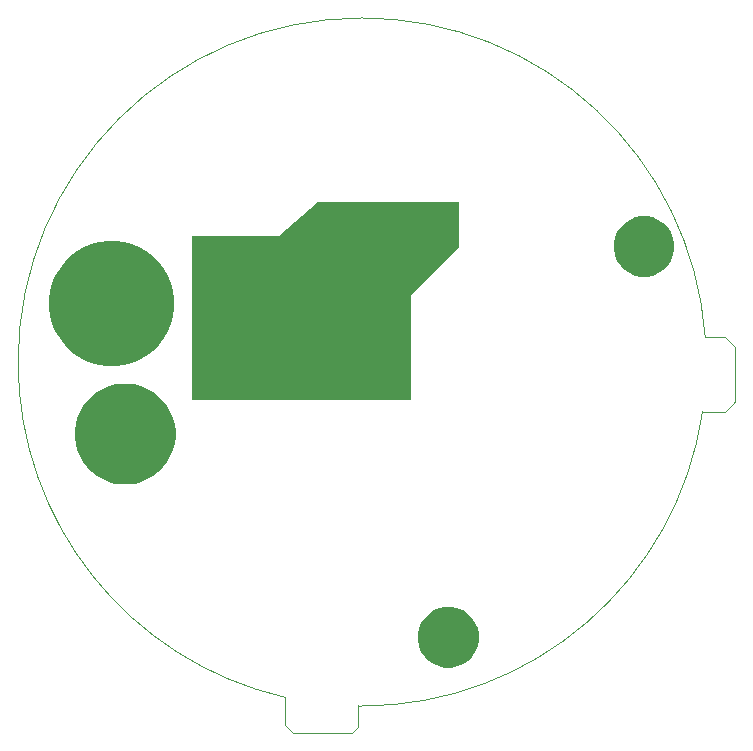
<source format=gbr>
%TF.GenerationSoftware,Altium Limited,Altium Designer,23.3.1 (30)*%
G04 Layer_Color=0*
%FSLAX45Y45*%
%MOMM*%
%TF.SameCoordinates,3FCD108A-851F-4062-9BED-621BEB009867*%
%TF.FilePolarity,Positive*%
%TF.FileFunction,Profile,NP*%
%TF.Part,Single*%
G01*
G75*
%TA.AperFunction,Profile*%
%ADD59C,0.02540*%
G36*
X2825179Y3691061D02*
X2790487D01*
X2721696Y3700117D01*
X2654675Y3718075D01*
X2590572Y3744628D01*
X2530484Y3779320D01*
X2475437Y3821559D01*
X2426375Y3870621D01*
X2384136Y3925667D01*
X2349444Y3985756D01*
X2322891Y4049859D01*
X2304933Y4116879D01*
X2295877Y4185671D01*
Y4220363D01*
Y4255055D01*
X2304933Y4323846D01*
X2322891Y4390867D01*
X2349444Y4454969D01*
X2384136Y4515058D01*
X2426375Y4570105D01*
X2475437Y4619167D01*
X2530484Y4661406D01*
X2590572Y4696098D01*
X2654675Y4722650D01*
X2721696Y4740609D01*
X2790487Y4749665D01*
X2825179D01*
X2859871D01*
X2928662Y4740609D01*
X2995683Y4722650D01*
X3059786Y4696098D01*
X3119875Y4661406D01*
X3174921Y4619167D01*
X3223983Y4570105D01*
X3266222Y4515058D01*
X3300914Y4454969D01*
X3327467Y4390867D01*
X3345425Y4323846D01*
X3354481Y4255055D01*
Y4220363D01*
Y4185671D01*
X3345425Y4116879D01*
X3327467Y4049859D01*
X3300914Y3985756D01*
X3266222Y3925667D01*
X3223983Y3870621D01*
X3174921Y3821559D01*
X3119875Y3779320D01*
X3059786Y3744628D01*
X2995683Y3718075D01*
X2928662Y3700117D01*
X2859871Y3691061D01*
X2825179D01*
D01*
D02*
G37*
G36*
X7076838Y4702963D02*
Y4677666D01*
X7086708Y4628045D01*
X7106069Y4581303D01*
X7134177Y4539236D01*
X7169952Y4503461D01*
X7212019Y4475353D01*
X7258761Y4455992D01*
X7308382Y4446121D01*
X7333679D01*
X7358976D01*
X7408597Y4455992D01*
X7455339Y4475353D01*
X7497406Y4503461D01*
X7533181Y4539236D01*
X7561289Y4581303D01*
X7580650Y4628045D01*
X7590521Y4677666D01*
Y4702963D01*
Y4728260D01*
X7580650Y4777881D01*
X7561289Y4824623D01*
X7533181Y4866690D01*
X7497406Y4902465D01*
X7455339Y4930573D01*
X7408597Y4949934D01*
X7358976Y4959804D01*
X7333679D01*
X7308382D01*
X7258761Y4949934D01*
X7212019Y4930573D01*
X7169952Y4902465D01*
X7134177Y4866690D01*
X7106069Y4824623D01*
X7086708Y4777881D01*
X7076838Y4728260D01*
Y4702963D01*
D01*
D02*
G37*
G36*
X5419366Y1394907D02*
Y1369610D01*
X5429236Y1319988D01*
X5448597Y1273246D01*
X5476706Y1231179D01*
X5512480Y1195405D01*
X5554547Y1167296D01*
X5601290Y1147935D01*
X5650911Y1138065D01*
X5676208D01*
X5701504D01*
X5751125Y1147935D01*
X5797868Y1167296D01*
X5839934Y1195405D01*
X5875709Y1231179D01*
X5903818Y1273246D01*
X5923179Y1319988D01*
X5933049Y1369610D01*
Y1394907D01*
Y1420203D01*
X5923179Y1469824D01*
X5903818Y1516566D01*
X5875709Y1558633D01*
X5839934Y1594408D01*
X5797868Y1622516D01*
X5751125Y1641878D01*
X5701504Y1651748D01*
X5676208D01*
X5650911D01*
X5601290Y1641878D01*
X5554547Y1622516D01*
X5512480Y1594408D01*
X5476706Y1558633D01*
X5448597Y1516566D01*
X5429236Y1469824D01*
X5419366Y1420203D01*
Y1394907D01*
D01*
D02*
G37*
G36*
X2939479Y2688735D02*
X2911510D01*
X2856050Y2696037D01*
X2802018Y2710515D01*
X2750337Y2731921D01*
X2701893Y2759890D01*
X2657514Y2793944D01*
X2617960Y2833498D01*
X2583907Y2877877D01*
X2555937Y2926321D01*
X2534531Y2978001D01*
X2520053Y3032034D01*
X2512752Y3087494D01*
Y3115463D01*
Y3143432D01*
X2520053Y3198892D01*
X2534531Y3252924D01*
X2555937Y3304605D01*
X2583907Y3353049D01*
X2617960Y3397428D01*
X2657514Y3436982D01*
X2701893Y3471035D01*
X2750337Y3499004D01*
X2802018Y3520411D01*
X2856050Y3534889D01*
X2911510Y3542191D01*
X2939479D01*
X2967448D01*
X3022908Y3534889D01*
X3076941Y3520411D01*
X3128621Y3499004D01*
X3177065Y3471035D01*
X3221444Y3436982D01*
X3260998Y3397428D01*
X3295052Y3353049D01*
X3323021Y3304605D01*
X3344427Y3252924D01*
X3358905Y3198892D01*
X3366207Y3143432D01*
Y3115463D01*
Y3087494D01*
X3358905Y3032034D01*
X3344427Y2978001D01*
X3323021Y2926321D01*
X3295052Y2877877D01*
X3260998Y2833498D01*
X3221444Y2793944D01*
X3177065Y2759890D01*
X3128621Y2731921D01*
X3076941Y2710515D01*
X3022908Y2696037D01*
X2967448Y2688735D01*
X2939479D01*
D01*
D02*
G37*
G36*
X3505200Y3403600D02*
Y4787900D01*
X4241800D01*
X4572000Y5080000D01*
X5765800D01*
Y4699000D01*
X5521325Y4454525D01*
X5359400Y4292600D01*
Y3403600D01*
X3505200D01*
D02*
G37*
D59*
X4296293Y651393D02*
X4359793Y587893D01*
X4368800Y584162D01*
X4851400D01*
X4860407Y587893D01*
X4911207Y638693D01*
X4914938Y647700D01*
Y812491D01*
D02*
G03*
X4946079Y812325I31141J2912572D01*
G01*
D02*
G03*
X7827924Y3301962I0J2912738D01*
G01*
X8013700D01*
X8022707Y3305693D01*
X8098907Y3381893D01*
X8102638Y3390900D01*
Y3848100D01*
X8098907Y3857107D01*
X8022707Y3933307D01*
X8013700Y3937038D01*
X7851094D01*
D02*
G03*
X4946079Y6637801I-2905015J-211975D01*
G01*
D02*
G03*
X2033341Y3725063I0J-2912738D01*
G01*
D02*
G03*
X4292562Y886585I2912738J0D01*
G01*
X4296293Y651393D01*
%TF.MD5,01477247ace4c8d735c2a2e8b6886340*%
M02*

</source>
